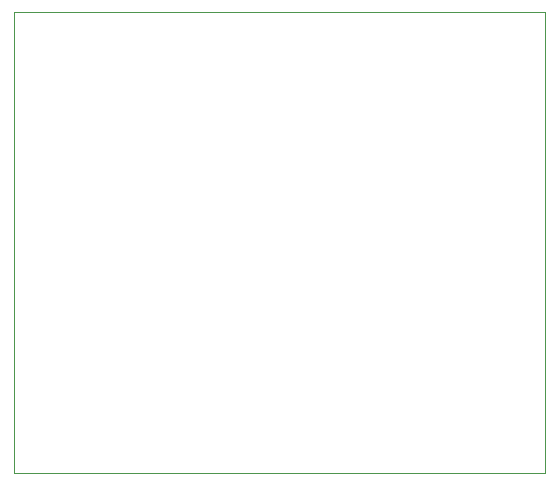
<source format=gbr>
%TF.GenerationSoftware,KiCad,Pcbnew,6.0.2+dfsg-1*%
%TF.CreationDate,2023-07-16T21:42:28+02:00*%
%TF.ProjectId,buzzer,62757a7a-6572-42e6-9b69-6361645f7063,rev?*%
%TF.SameCoordinates,Original*%
%TF.FileFunction,Profile,NP*%
%FSLAX46Y46*%
G04 Gerber Fmt 4.6, Leading zero omitted, Abs format (unit mm)*
G04 Created by KiCad (PCBNEW 6.0.2+dfsg-1) date 2023-07-16 21:42:28*
%MOMM*%
%LPD*%
G01*
G04 APERTURE LIST*
%TA.AperFunction,Profile*%
%ADD10C,0.100000*%
%TD*%
G04 APERTURE END LIST*
D10*
X28000000Y-28000000D02*
X73000000Y-28000000D01*
X73000000Y-28000000D02*
X73000000Y-67000000D01*
X73000000Y-67000000D02*
X28000000Y-67000000D01*
X28000000Y-67000000D02*
X28000000Y-28000000D01*
M02*

</source>
